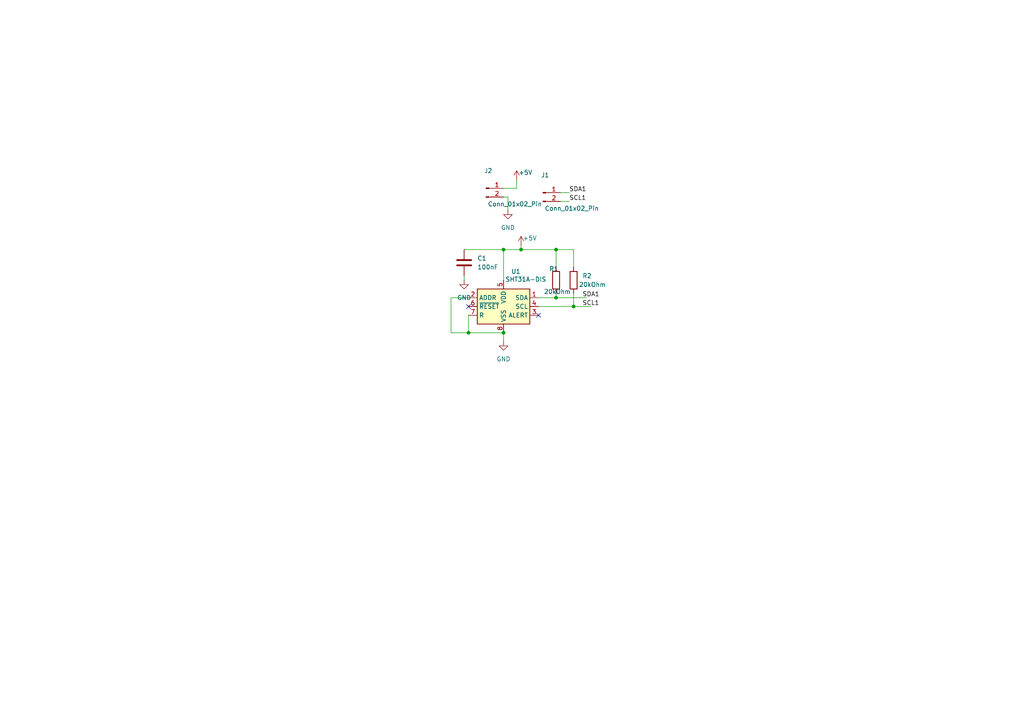
<source format=kicad_sch>
(kicad_sch (version 20231120) (generator "eeschema") (generator_version "8.0")
  (paper "A4")
  (lib_symbols
    (symbol "Connector:Conn_01x02_Pin" (pin_names (offset 1.016) hide)
      (property "Reference" "J" (at 0 2.54 0))
      (property "Value" "Conn_01x02_Pin" (at 0 -5.08 0))
      (symbol "Conn_01x02_Pin_1_1"
        (polyline (pts (xy 1.27 -2.54) (xy 0.8636 -2.54)) (stroke (width 0.1524)))
        (polyline (pts (xy 1.27 0) (xy 0.8636 0)) (stroke (width 0.1524)))
        (rectangle (start 0.8636 -2.413) (end 0 -2.667) (stroke (width 0.1524)) (fill (type outline)))
        (rectangle (start 0.8636 0.127) (end 0 -0.127) (stroke (width 0.1524)) (fill (type outline)))
        (pin passive line (at 5.08 0 180) (length 3.81) (name "Pin_1") (number "1"))
        (pin passive line (at 5.08 -2.54 180) (length 3.81) (name "Pin_2") (number "2"))
      )
    )
    (symbol "Device:C" (pin_numbers hide) (pin_names (offset 0.254))
      (property "Reference" "C" (at 0.635 2.54 0))
      (property "Value" "C" (at 0.635 -2.54 0))
      (symbol "C_0_1"
        (polyline (pts (xy -2.032 -0.762) (xy 2.032 -0.762)) (stroke (width 0.508)))
        (polyline (pts (xy -2.032 0.762) (xy 2.032 0.762)) (stroke (width 0.508)))
      )
      (symbol "C_1_1"
        (pin passive line (at 0 3.81 270) (length 2.794) (name "~") (number "1"))
        (pin passive line (at 0 -3.81 90) (length 2.794) (name "~") (number "2"))
      )
    )
    (symbol "Device:R" (pin_numbers hide) (pin_names (offset 0))
      (property "Reference" "R" (at 2.032 0 90))
      (property "Value" "R" (at 0 0 90))
      (symbol "R_0_1"
        (rectangle (start -1.016 -2.54) (end 1.016 2.54) (stroke (width 0.254)))
      )
      (symbol "R_1_1"
        (pin passive line (at 0 3.81 270) (length 1.27) (name "~") (number "1"))
        (pin passive line (at 0 -3.81 90) (length 1.27) (name "~") (number "2"))
      )
    )
    (symbol "Sensor_Humidity:SHT31A-DIS"
      (property "Reference" "U" (at -6.35 6.35 0))
      (property "Value" "SHT31A-DIS" (at 6.35 6.35 0))
      (symbol "SHT31A-DIS_0_1"
        (rectangle (start -7.62 5.08) (end 7.62 -5.08) (stroke (width 0.254)) (fill (type background)))
      )
      (symbol "SHT31A-DIS_1_1"
        (pin bidirectional line (at 10.16 2.54 180) (length 2.54) (name "SDA") (number "1"))
        (pin input line (at -10.16 2.54 0) (length 2.54) (name "ADDR") (number "2"))
        (pin output line (at 10.16 -2.54 180) (length 2.54) (name "ALERT") (number "3"))
        (pin input line (at 10.16 0 180) (length 2.54) (name "SCL") (number "4"))
        (pin power_in line (at 0 7.62 270) (length 2.54) (name "VDD") (number "5"))
        (pin input line (at -10.16 0 0) (length 2.54) (name "~{RESET}") (number "6"))
        (pin passive line (at -10.16 -2.54 0) (length 2.54) (name "R") (number "7"))
        (pin power_in line (at 0 -7.62 90) (length 2.54) (name "VSS") (number "8"))
        (pin passive line (at 0 -7.62 90) (length 2.54) hide (name "VSS") (number "9"))
      )
    )
    (symbol "power:+5V" (power) (pin_numbers hide) (pin_names (offset 0) hide)
      (property "Value" "+5V" (at 0 3.556 0))
      (symbol "+5V_0_1"
        (polyline (pts (xy -0.762 1.27) (xy 0 2.54)))
        (polyline (pts (xy 0 0) (xy 0 2.54)))
        (polyline (pts (xy 0 2.54) (xy 0.762 1.27)))
      )
      (symbol "+5V_1_1"
        (pin power_in line (at 0 0 90) (length 0) (name "~") (number "1"))
      )
    )
    (symbol "power:GND" (power) (pin_numbers hide) (pin_names (offset 0) hide)
      (property "Value" "GND" (at 0 -3.81 0))
      (symbol "GND_0_1"
        (polyline (pts (xy 0 0) (xy 0 -1.27) (xy 1.27 -1.27) (xy 0 -2.54) (xy -1.27 -1.27) (xy 0 -1.27)))
      )
      (symbol "GND_1_1"
        (pin power_in line (at 0 0 270) (length 0) (name "~") (number "1"))
      )
    )
  )
  (junction (at 146.05 96.52))
  (junction (at 166.37 88.9))
  (junction (at 146.05 72.39))
  (junction (at 161.29 72.39))
  (junction (at 151.13 72.39))
  (junction (at 161.29 86.36))
  (junction (at 135.89 96.52))
  (no_connect (at 156.21 91.44))
  (no_connect (at 135.89 88.9))
  (wire (pts (xy 130.81 86.36) (xy 130.81 96.52)))
  (wire (pts (xy 162.56 55.88) (xy 165.1 55.88)))
  (wire (pts (xy 134.62 80.01) (xy 134.62 81.28)))
  (wire (pts (xy 156.21 88.9) (xy 166.37 88.9)))
  (wire (pts (xy 156.21 86.36) (xy 161.29 86.36)))
  (wire (pts (xy 135.89 91.44) (xy 135.89 96.52)))
  (wire (pts (xy 135.89 96.52) (xy 146.05 96.52)))
  (wire (pts (xy 166.37 88.9) (xy 171.45 88.9)))
  (wire (pts (xy 146.05 72.39) (xy 151.13 72.39)))
  (wire (pts (xy 146.05 57.15) (xy 147.32 57.15)))
  (wire (pts (xy 166.37 88.9) (xy 166.37 85.09)))
  (wire (pts (xy 151.13 71.12) (xy 151.13 72.39)))
  (wire (pts (xy 149.86 54.61) (xy 146.05 54.61)))
  (wire (pts (xy 147.32 57.15) (xy 147.32 60.96)))
  (wire (pts (xy 146.05 81.28) (xy 146.05 72.39)))
  (wire (pts (xy 161.29 72.39) (xy 161.29 77.47)))
  (wire (pts (xy 130.81 96.52) (xy 135.89 96.52)))
  (wire (pts (xy 149.86 54.61) (xy 149.86 52.07)))
  (wire (pts (xy 161.29 86.36) (xy 161.29 85.09)))
  (wire (pts (xy 146.05 72.39) (xy 134.62 72.39)))
  (wire (pts (xy 161.29 86.36) (xy 170.18 86.36)))
  (wire (pts (xy 161.29 72.39) (xy 166.37 72.39)))
  (wire (pts (xy 146.05 96.52) (xy 146.05 99.06)))
  (wire (pts (xy 166.37 72.39) (xy 166.37 77.47)))
  (wire (pts (xy 135.89 86.36) (xy 130.81 86.36)))
  (wire (pts (xy 151.13 72.39) (xy 161.29 72.39)))
  (wire (pts (xy 162.56 58.42) (xy 165.1 58.42)))
  (label "SDA1" (at 165.1 55.88 0))
  (label "SCL1" (at 165.1 58.42 0))
  (label "SCL1" (at 168.91 88.9 0))
  (label "SDA1" (at 168.91 86.36 0))
  (symbol (lib_id "Connector:Conn_01x02_Pin") (at 157.48 55.88 0) (unit 1)
    (property "Reference" "J1" (at 158.115 50.8 0))
    (property "Value" "Conn_01x02_Pin" (at 165.862 60.452 0))
    (property "Footprint" "Connector_PinHeader_2.54mm:PinHeader_1x02_P2.54mm_Vertical" (effects (hide yes)))
    (property "Description" "Generic connector, single row, 01x02, script generated" (effects (hide yes)))
  )
  (symbol (lib_id "Sensor_Humidity:SHT31A-DIS") (at 146.05 88.9 0) (unit 1)
    (property "Reference" "U1" (at 148.2441 78.74 0) (effects (justify left)))
    (property "Value" "SHT31A-DIS" (at 146.558 81.026 0) (effects (justify left)))
    (property "Footprint" "Sensor_Humidity:Sensirion_DFN-8-1EP_2.5x2.5mm_P0.5mm_EP1.1x1.7mm" (effects (hide yes)))
    (property "Datasheet" "https://www.sensirion.com/fileadmin/user_upload/customers/sensirion/Dokumente/2_Humidity_Sensors/Datasheets/Sensirion_Humidity_Sensors_SHT3xA_Datasheet.pdf" (effects (hide yes)))
    (property "Description" "I²C humidity and temperature sensor, ±2%RH, ±0.3°C, AEQ-100, DFN-8" (effects (hide yes)))
  )
  (symbol (lib_id "Device:R") (at 166.37 81.28 0) (unit 1)
    (property "Reference" "R2" (at 168.91 80.0099 0) (effects (justify left)))
    (property "Value" "20kOhm" (at 167.894 82.55 0) (effects (justify left)))
    (property "Footprint" "Resistor_SMD:R_1206_3216Metric_Pad1.30x1.75mm_HandSolder" (effects (hide yes)))
    (property "Description" "Resistor" (effects (hide yes)))
  )
  (symbol (lib_id "Connector:Conn_01x02_Pin") (at 140.97 54.61 0) (unit 1)
    (property "Reference" "J2" (at 141.605 49.53 0))
    (property "Value" "Conn_01x02_Pin" (at 149.352 59.182 0))
    (property "Footprint" "Connector_PinHeader_2.54mm:PinHeader_1x02_P2.54mm_Vertical" (effects (hide yes)))
    (property "Description" "Generic connector, single row, 01x02, script generated" (effects (hide yes)))
  )
  (symbol (lib_id "power:+5V") (at 149.86 52.07 0) (unit 1)
    (property "Reference" "#PWR04" (effects (hide yes)))
    (property "Value" "+5V" (at 152.4 50.038 0))
    (property "Description" "Power symbol creates a global label with name \"+5V\"" (effects (hide yes)))
  )
  (symbol (lib_id "power:GND") (at 134.62 81.28 0) (unit 1)
    (property "Reference" "#PWR01" (effects (hide yes)))
    (property "Value" "GND" (at 134.62 86.36 0))
    (property "Description" "Power symbol creates a global label with name \"GND\" , ground" (effects (hide yes)))
  )
  (symbol (lib_id "Device:R") (at 161.29 81.28 0) (unit 1)
    (property "Reference" "R1" (at 159.258 77.978 0) (effects (justify left)))
    (property "Value" "20kOhm" (at 157.734 84.582 0) (effects (justify left)))
    (property "Footprint" "Resistor_SMD:R_1206_3216Metric_Pad1.30x1.75mm_HandSolder" (effects (hide yes)))
    (property "Description" "Resistor" (effects (hide yes)))
  )
  (symbol (lib_id "Device:C") (at 134.62 76.2 0) (unit 1)
    (property "Reference" "C1" (at 138.43 74.9299 0) (effects (justify left)))
    (property "Value" "100nF" (at 138.43 77.4699 0) (effects (justify left)))
    (property "Footprint" "Capacitor_SMD:C_1206_3216Metric" (effects (hide yes)))
    (property "Description" "Unpolarized capacitor" (effects (hide yes)))
  )
  (symbol (lib_id "power:GND") (at 147.32 60.96 0) (unit 1)
    (property "Reference" "#PWR05" (effects (hide yes)))
    (property "Value" "GND" (at 147.32 66.04 0))
    (property "Description" "Power symbol creates a global label with name \"GND\" , ground" (effects (hide yes)))
  )
  (symbol (lib_id "power:GND") (at 146.05 99.06 0) (unit 1)
    (property "Reference" "#PWR02" (effects (hide yes)))
    (property "Value" "GND" (at 146.05 104.14 0))
    (property "Description" "Power symbol creates a global label with name \"GND\" , ground" (effects (hide yes)))
  )
  (symbol (lib_id "power:+5V") (at 151.13 71.12 0) (unit 1)
    (property "Reference" "#PWR03" (effects (hide yes)))
    (property "Value" "+5V" (at 153.67 69.088 0))
    (property "Description" "Power symbol creates a global label with name \"+5V\"" (effects (hide yes)))
  )
)
</source>
